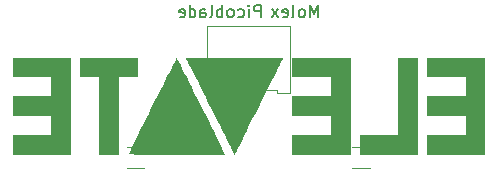
<source format=gbr>
%TF.GenerationSoftware,KiCad,Pcbnew,(7.0.0)*%
%TF.CreationDate,2023-02-21T01:36:48-05:00*%
%TF.ProjectId,Desk Panel,4465736b-2050-4616-9e65-6c2e6b696361,rev?*%
%TF.SameCoordinates,Original*%
%TF.FileFunction,Legend,Bot*%
%TF.FilePolarity,Positive*%
%FSLAX46Y46*%
G04 Gerber Fmt 4.6, Leading zero omitted, Abs format (unit mm)*
G04 Created by KiCad (PCBNEW (7.0.0)) date 2023-02-21 01:36:48*
%MOMM*%
%LPD*%
G01*
G04 APERTURE LIST*
%ADD10C,0.150000*%
%ADD11C,0.120000*%
G04 APERTURE END LIST*
D10*
%TO.C,Molex2*%
X150527619Y-92067380D02*
X150527619Y-91067380D01*
X150527619Y-91067380D02*
X150194286Y-91781666D01*
X150194286Y-91781666D02*
X149860953Y-91067380D01*
X149860953Y-91067380D02*
X149860953Y-92067380D01*
X149241905Y-92067380D02*
X149337143Y-92019761D01*
X149337143Y-92019761D02*
X149384762Y-91972142D01*
X149384762Y-91972142D02*
X149432381Y-91876904D01*
X149432381Y-91876904D02*
X149432381Y-91591190D01*
X149432381Y-91591190D02*
X149384762Y-91495952D01*
X149384762Y-91495952D02*
X149337143Y-91448333D01*
X149337143Y-91448333D02*
X149241905Y-91400714D01*
X149241905Y-91400714D02*
X149099048Y-91400714D01*
X149099048Y-91400714D02*
X149003810Y-91448333D01*
X149003810Y-91448333D02*
X148956191Y-91495952D01*
X148956191Y-91495952D02*
X148908572Y-91591190D01*
X148908572Y-91591190D02*
X148908572Y-91876904D01*
X148908572Y-91876904D02*
X148956191Y-91972142D01*
X148956191Y-91972142D02*
X149003810Y-92019761D01*
X149003810Y-92019761D02*
X149099048Y-92067380D01*
X149099048Y-92067380D02*
X149241905Y-92067380D01*
X148337143Y-92067380D02*
X148432381Y-92019761D01*
X148432381Y-92019761D02*
X148480000Y-91924523D01*
X148480000Y-91924523D02*
X148480000Y-91067380D01*
X147575238Y-92019761D02*
X147670476Y-92067380D01*
X147670476Y-92067380D02*
X147860952Y-92067380D01*
X147860952Y-92067380D02*
X147956190Y-92019761D01*
X147956190Y-92019761D02*
X148003809Y-91924523D01*
X148003809Y-91924523D02*
X148003809Y-91543571D01*
X148003809Y-91543571D02*
X147956190Y-91448333D01*
X147956190Y-91448333D02*
X147860952Y-91400714D01*
X147860952Y-91400714D02*
X147670476Y-91400714D01*
X147670476Y-91400714D02*
X147575238Y-91448333D01*
X147575238Y-91448333D02*
X147527619Y-91543571D01*
X147527619Y-91543571D02*
X147527619Y-91638809D01*
X147527619Y-91638809D02*
X148003809Y-91734047D01*
X147194285Y-92067380D02*
X146670476Y-91400714D01*
X147194285Y-91400714D02*
X146670476Y-92067380D01*
X145689523Y-92067380D02*
X145689523Y-91067380D01*
X145689523Y-91067380D02*
X145308571Y-91067380D01*
X145308571Y-91067380D02*
X145213333Y-91115000D01*
X145213333Y-91115000D02*
X145165714Y-91162619D01*
X145165714Y-91162619D02*
X145118095Y-91257857D01*
X145118095Y-91257857D02*
X145118095Y-91400714D01*
X145118095Y-91400714D02*
X145165714Y-91495952D01*
X145165714Y-91495952D02*
X145213333Y-91543571D01*
X145213333Y-91543571D02*
X145308571Y-91591190D01*
X145308571Y-91591190D02*
X145689523Y-91591190D01*
X144689523Y-92067380D02*
X144689523Y-91400714D01*
X144689523Y-91067380D02*
X144737142Y-91115000D01*
X144737142Y-91115000D02*
X144689523Y-91162619D01*
X144689523Y-91162619D02*
X144641904Y-91115000D01*
X144641904Y-91115000D02*
X144689523Y-91067380D01*
X144689523Y-91067380D02*
X144689523Y-91162619D01*
X143784762Y-92019761D02*
X143880000Y-92067380D01*
X143880000Y-92067380D02*
X144070476Y-92067380D01*
X144070476Y-92067380D02*
X144165714Y-92019761D01*
X144165714Y-92019761D02*
X144213333Y-91972142D01*
X144213333Y-91972142D02*
X144260952Y-91876904D01*
X144260952Y-91876904D02*
X144260952Y-91591190D01*
X144260952Y-91591190D02*
X144213333Y-91495952D01*
X144213333Y-91495952D02*
X144165714Y-91448333D01*
X144165714Y-91448333D02*
X144070476Y-91400714D01*
X144070476Y-91400714D02*
X143880000Y-91400714D01*
X143880000Y-91400714D02*
X143784762Y-91448333D01*
X143213333Y-92067380D02*
X143308571Y-92019761D01*
X143308571Y-92019761D02*
X143356190Y-91972142D01*
X143356190Y-91972142D02*
X143403809Y-91876904D01*
X143403809Y-91876904D02*
X143403809Y-91591190D01*
X143403809Y-91591190D02*
X143356190Y-91495952D01*
X143356190Y-91495952D02*
X143308571Y-91448333D01*
X143308571Y-91448333D02*
X143213333Y-91400714D01*
X143213333Y-91400714D02*
X143070476Y-91400714D01*
X143070476Y-91400714D02*
X142975238Y-91448333D01*
X142975238Y-91448333D02*
X142927619Y-91495952D01*
X142927619Y-91495952D02*
X142880000Y-91591190D01*
X142880000Y-91591190D02*
X142880000Y-91876904D01*
X142880000Y-91876904D02*
X142927619Y-91972142D01*
X142927619Y-91972142D02*
X142975238Y-92019761D01*
X142975238Y-92019761D02*
X143070476Y-92067380D01*
X143070476Y-92067380D02*
X143213333Y-92067380D01*
X142451428Y-92067380D02*
X142451428Y-91067380D01*
X142451428Y-91448333D02*
X142356190Y-91400714D01*
X142356190Y-91400714D02*
X142165714Y-91400714D01*
X142165714Y-91400714D02*
X142070476Y-91448333D01*
X142070476Y-91448333D02*
X142022857Y-91495952D01*
X142022857Y-91495952D02*
X141975238Y-91591190D01*
X141975238Y-91591190D02*
X141975238Y-91876904D01*
X141975238Y-91876904D02*
X142022857Y-91972142D01*
X142022857Y-91972142D02*
X142070476Y-92019761D01*
X142070476Y-92019761D02*
X142165714Y-92067380D01*
X142165714Y-92067380D02*
X142356190Y-92067380D01*
X142356190Y-92067380D02*
X142451428Y-92019761D01*
X141403809Y-92067380D02*
X141499047Y-92019761D01*
X141499047Y-92019761D02*
X141546666Y-91924523D01*
X141546666Y-91924523D02*
X141546666Y-91067380D01*
X140594285Y-92067380D02*
X140594285Y-91543571D01*
X140594285Y-91543571D02*
X140641904Y-91448333D01*
X140641904Y-91448333D02*
X140737142Y-91400714D01*
X140737142Y-91400714D02*
X140927618Y-91400714D01*
X140927618Y-91400714D02*
X141022856Y-91448333D01*
X140594285Y-92019761D02*
X140689523Y-92067380D01*
X140689523Y-92067380D02*
X140927618Y-92067380D01*
X140927618Y-92067380D02*
X141022856Y-92019761D01*
X141022856Y-92019761D02*
X141070475Y-91924523D01*
X141070475Y-91924523D02*
X141070475Y-91829285D01*
X141070475Y-91829285D02*
X141022856Y-91734047D01*
X141022856Y-91734047D02*
X140927618Y-91686428D01*
X140927618Y-91686428D02*
X140689523Y-91686428D01*
X140689523Y-91686428D02*
X140594285Y-91638809D01*
X139689523Y-92067380D02*
X139689523Y-91067380D01*
X139689523Y-92019761D02*
X139784761Y-92067380D01*
X139784761Y-92067380D02*
X139975237Y-92067380D01*
X139975237Y-92067380D02*
X140070475Y-92019761D01*
X140070475Y-92019761D02*
X140118094Y-91972142D01*
X140118094Y-91972142D02*
X140165713Y-91876904D01*
X140165713Y-91876904D02*
X140165713Y-91591190D01*
X140165713Y-91591190D02*
X140118094Y-91495952D01*
X140118094Y-91495952D02*
X140070475Y-91448333D01*
X140070475Y-91448333D02*
X139975237Y-91400714D01*
X139975237Y-91400714D02*
X139784761Y-91400714D01*
X139784761Y-91400714D02*
X139689523Y-91448333D01*
X138832380Y-92019761D02*
X138927618Y-92067380D01*
X138927618Y-92067380D02*
X139118094Y-92067380D01*
X139118094Y-92067380D02*
X139213332Y-92019761D01*
X139213332Y-92019761D02*
X139260951Y-91924523D01*
X139260951Y-91924523D02*
X139260951Y-91543571D01*
X139260951Y-91543571D02*
X139213332Y-91448333D01*
X139213332Y-91448333D02*
X139118094Y-91400714D01*
X139118094Y-91400714D02*
X138927618Y-91400714D01*
X138927618Y-91400714D02*
X138832380Y-91448333D01*
X138832380Y-91448333D02*
X138784761Y-91543571D01*
X138784761Y-91543571D02*
X138784761Y-91638809D01*
X138784761Y-91638809D02*
X139260951Y-91734047D01*
D11*
X141190000Y-92790000D02*
X144675000Y-92790000D01*
X141190000Y-98510000D02*
X141190000Y-92790000D01*
X142260000Y-98210000D02*
X142260000Y-98510000D01*
X142260000Y-98510000D02*
X141190000Y-98510000D01*
X142550000Y-98500000D02*
X142550000Y-98800000D01*
X142550000Y-98800000D02*
X142050000Y-98800000D01*
X144675000Y-98210000D02*
X142260000Y-98210000D01*
X144675000Y-98210000D02*
X147090000Y-98210000D01*
X147090000Y-98210000D02*
X147090000Y-98510000D01*
X147090000Y-98510000D02*
X148160000Y-98510000D01*
X148160000Y-92790000D02*
X144675000Y-92790000D01*
X148160000Y-98510000D02*
X148160000Y-92790000D01*
%TO.C,R4*%
X153472936Y-103040000D02*
X154927064Y-103040000D01*
X153472936Y-104860000D02*
X154927064Y-104860000D01*
%TO.C,G\u002A\u002A\u002A*%
G36*
X159014047Y-99621238D02*
G01*
X159014047Y-103720067D01*
X156550502Y-103720067D01*
X154086956Y-103720067D01*
X154086956Y-102870569D01*
X154086956Y-102021071D01*
X155701003Y-102021071D01*
X157315050Y-102021071D01*
X157315050Y-98771740D01*
X157315050Y-95522409D01*
X158164548Y-95522409D01*
X159014047Y-95522409D01*
X159014047Y-99621238D01*
G37*
G36*
X135355518Y-96350669D02*
G01*
X135355518Y-97178930D01*
X134548495Y-97178930D01*
X133741471Y-97178930D01*
X133741471Y-100449499D01*
X133741471Y-103720067D01*
X132891973Y-103720067D01*
X132042475Y-103720067D01*
X132042475Y-100449499D01*
X132042475Y-97178930D01*
X131214214Y-97178930D01*
X130385953Y-97178930D01*
X130385953Y-96350669D01*
X130385953Y-95522409D01*
X132870736Y-95522409D01*
X135355518Y-95522409D01*
X135355518Y-96350669D01*
G37*
G36*
X164705685Y-99621238D02*
G01*
X164705685Y-103720067D01*
X162242140Y-103720067D01*
X159778595Y-103720067D01*
X159778595Y-102870569D01*
X159778595Y-102021071D01*
X161413879Y-102021071D01*
X163049164Y-102021071D01*
X163049164Y-101235285D01*
X163049164Y-100449499D01*
X161413879Y-100449499D01*
X159778595Y-100449499D01*
X159778595Y-99600000D01*
X159778595Y-98750502D01*
X161413879Y-98750502D01*
X163049164Y-98750502D01*
X163049164Y-97964716D01*
X163049164Y-97178930D01*
X161413879Y-97178930D01*
X159778595Y-97178930D01*
X159778595Y-96350669D01*
X159778595Y-95522409D01*
X162242140Y-95522409D01*
X164705685Y-95522409D01*
X164705685Y-99621238D01*
G37*
G36*
X153322408Y-99621238D02*
G01*
X153322408Y-103720067D01*
X150837625Y-103720067D01*
X148352843Y-103720067D01*
X148352843Y-102870569D01*
X148352843Y-102021071D01*
X149988127Y-102021071D01*
X151623411Y-102021071D01*
X151623411Y-101235285D01*
X151623411Y-100449499D01*
X149988127Y-100449499D01*
X148352843Y-100449499D01*
X148352843Y-99600000D01*
X148352843Y-98750502D01*
X149988127Y-98750502D01*
X151623411Y-98750502D01*
X151623411Y-97964716D01*
X151623411Y-97178930D01*
X149988127Y-97178930D01*
X148352843Y-97178930D01*
X148352843Y-96350669D01*
X148352843Y-95522409D01*
X150837625Y-95522409D01*
X153322408Y-95522409D01*
X153322408Y-99621238D01*
G37*
G36*
X129663879Y-99621238D02*
G01*
X129663879Y-103720067D01*
X127179097Y-103720067D01*
X124694314Y-103720067D01*
X124694314Y-102870569D01*
X124694314Y-102021071D01*
X126329599Y-102021071D01*
X127964883Y-102021071D01*
X127964883Y-101235285D01*
X127964883Y-100449499D01*
X126329599Y-100449499D01*
X124694314Y-100449499D01*
X124694314Y-99600000D01*
X124694314Y-98750502D01*
X126329599Y-98750502D01*
X127964883Y-98750502D01*
X127964883Y-97964716D01*
X127964883Y-97178930D01*
X126329599Y-97178930D01*
X124694314Y-97178930D01*
X124694314Y-96350669D01*
X124694314Y-95522409D01*
X127179097Y-95522409D01*
X129663879Y-95522409D01*
X129663879Y-99621238D01*
G37*
G36*
X138597056Y-95526251D02*
G01*
X138630312Y-95586268D01*
X138697541Y-95714396D01*
X138795737Y-95904654D01*
X138921891Y-96151057D01*
X139072997Y-96447622D01*
X139246048Y-96788367D01*
X139438035Y-97167307D01*
X139645952Y-97578460D01*
X139866792Y-98015841D01*
X140097546Y-98473469D01*
X140335208Y-98945359D01*
X140576771Y-99425529D01*
X140819226Y-99907994D01*
X141059567Y-100386772D01*
X141294787Y-100855879D01*
X141521877Y-101309333D01*
X141737832Y-101741149D01*
X141939642Y-102145344D01*
X142124302Y-102515936D01*
X142288803Y-102846941D01*
X142430139Y-103132375D01*
X142545302Y-103366256D01*
X142631284Y-103542599D01*
X142685079Y-103655423D01*
X142703679Y-103698742D01*
X142696474Y-103700009D01*
X142621504Y-103702988D01*
X142469768Y-103705827D01*
X142247056Y-103708494D01*
X141959156Y-103710961D01*
X141611857Y-103713196D01*
X141210947Y-103715170D01*
X140762216Y-103716853D01*
X140271451Y-103718214D01*
X139744443Y-103719224D01*
X139186979Y-103719851D01*
X138604849Y-103720067D01*
X137874789Y-103719681D01*
X137174044Y-103718423D01*
X136553534Y-103716298D01*
X136013849Y-103713312D01*
X135555577Y-103709470D01*
X135179307Y-103704780D01*
X134885627Y-103699247D01*
X134675127Y-103692877D01*
X134548395Y-103685677D01*
X134506020Y-103677651D01*
X134507238Y-103673152D01*
X134534998Y-103610027D01*
X134597122Y-103479001D01*
X134690603Y-103286074D01*
X134812434Y-103037245D01*
X134959608Y-102738513D01*
X135129117Y-102395876D01*
X135317955Y-102015333D01*
X135523114Y-101602883D01*
X135741587Y-101164525D01*
X135970368Y-100706258D01*
X136206448Y-100234081D01*
X136446821Y-99753993D01*
X136688480Y-99271992D01*
X136928418Y-98794078D01*
X137163627Y-98326249D01*
X137391100Y-97874504D01*
X137607831Y-97444843D01*
X137810812Y-97043263D01*
X137997036Y-96675764D01*
X138163496Y-96348345D01*
X138307184Y-96067005D01*
X138425094Y-95837742D01*
X138514219Y-95666556D01*
X138571551Y-95559445D01*
X138594083Y-95522409D01*
X138597056Y-95526251D01*
G37*
G36*
X143732977Y-95522446D02*
G01*
X144305602Y-95522836D01*
X144851165Y-95523625D01*
X145363877Y-95524784D01*
X145837950Y-95526282D01*
X146267594Y-95528089D01*
X146647022Y-95530175D01*
X146970443Y-95532509D01*
X147232070Y-95535063D01*
X147426113Y-95537805D01*
X147546784Y-95540705D01*
X147588294Y-95543734D01*
X147588275Y-95543864D01*
X147568508Y-95586270D01*
X147513249Y-95699541D01*
X147424957Y-95878734D01*
X147306090Y-96118908D01*
X147159107Y-96415121D01*
X146986466Y-96762430D01*
X146790624Y-97155894D01*
X146574041Y-97590571D01*
X146339174Y-98061518D01*
X146088482Y-98563794D01*
X145824422Y-99092456D01*
X145549454Y-99642563D01*
X145539822Y-99661826D01*
X145265046Y-100210942D01*
X145000891Y-100738083D01*
X144749837Y-101238337D01*
X144514366Y-101706790D01*
X144296962Y-102138531D01*
X144100106Y-102528645D01*
X143926279Y-102872221D01*
X143777964Y-103164345D01*
X143657644Y-103400104D01*
X143567799Y-103574586D01*
X143510912Y-103682878D01*
X143489465Y-103720067D01*
X143486473Y-103715743D01*
X143453385Y-103654330D01*
X143386400Y-103524911D01*
X143288517Y-103333471D01*
X143162737Y-103085993D01*
X143012061Y-102788463D01*
X142839488Y-102446866D01*
X142648019Y-102067187D01*
X142440654Y-101655411D01*
X142220394Y-101217522D01*
X141990238Y-100759507D01*
X141753187Y-100287348D01*
X141512241Y-99807032D01*
X141270400Y-99324544D01*
X141030665Y-98845868D01*
X140796037Y-98376989D01*
X140569514Y-97923892D01*
X140354098Y-97492562D01*
X140152788Y-97088985D01*
X139968586Y-96719144D01*
X139804491Y-96389026D01*
X139663504Y-96104614D01*
X139548624Y-95871894D01*
X139462853Y-95696850D01*
X139409190Y-95585469D01*
X139390635Y-95543734D01*
X139397840Y-95542467D01*
X139472810Y-95539487D01*
X139624546Y-95536649D01*
X139847258Y-95533982D01*
X140135158Y-95531515D01*
X140482457Y-95529280D01*
X140883367Y-95527306D01*
X141332099Y-95525623D01*
X141822863Y-95524262D01*
X142349871Y-95523252D01*
X142907335Y-95522624D01*
X143489465Y-95522409D01*
X143732977Y-95522446D01*
G37*
%TO.C,R3*%
X134410436Y-103040000D02*
X135864564Y-103040000D01*
X134410436Y-104860000D02*
X135864564Y-104860000D01*
%TD*%
M02*

</source>
